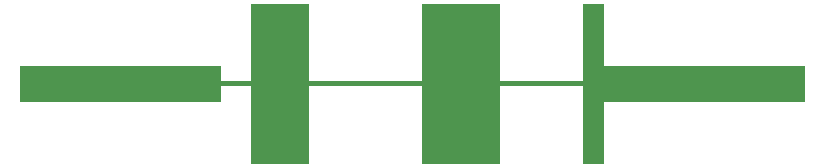
<source format=gbr>
G04 AWR Design Environment 15.03 *
G04 RS274-X Output Version 0.1 *
%FSLAX36Y36*%
%MOMM*%
%SFA1B1*%
%ADD10C,.010*%

G36*
X30934440Y0D02*
Y6590639D01*
X23904010D01*
Y0D01*
X17293960D01*
Y6590639D01*
X7690520D01*
Y0D01*
X2851740D01*
Y6590639D01*
X278720D01*
Y5279615D01*
X-16765680D01*
Y8300385D01*
X278720D01*
Y6989361D01*
X2851740D01*
Y13580000D01*
X7690520D01*
Y6989361D01*
X17293960D01*
Y13580000D01*
X23904010D01*
Y6989361D01*
X30934440D01*
Y13580000D01*
X32705710D01*
Y8300385D01*
X49750110D01*
Y5279615D01*
X32705710D01*
Y0D01*
X30934440D01*
G37*
M02*
G04 End of Data *

</source>
